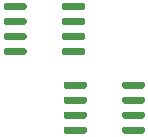
<source format=gbp>
G04 #@! TF.GenerationSoftware,KiCad,Pcbnew,5.1.10*
G04 #@! TF.CreationDate,2021-07-20T09:34:09+02:00*
G04 #@! TF.ProjectId,MEV_board,4d45565f-626f-4617-9264-2e6b69636164,rev?*
G04 #@! TF.SameCoordinates,Original*
G04 #@! TF.FileFunction,Paste,Bot*
G04 #@! TF.FilePolarity,Positive*
%FSLAX46Y46*%
G04 Gerber Fmt 4.6, Leading zero omitted, Abs format (unit mm)*
G04 Created by KiCad (PCBNEW 5.1.10) date 2021-07-20 09:34:09*
%MOMM*%
%LPD*%
G01*
G04 APERTURE LIST*
G04 APERTURE END LIST*
G36*
G01*
X135431500Y-56957100D02*
X135431500Y-56657100D01*
G75*
G02*
X135581500Y-56507100I150000J0D01*
G01*
X137231500Y-56507100D01*
G75*
G02*
X137381500Y-56657100I0J-150000D01*
G01*
X137381500Y-56957100D01*
G75*
G02*
X137231500Y-57107100I-150000J0D01*
G01*
X135581500Y-57107100D01*
G75*
G02*
X135431500Y-56957100I0J150000D01*
G01*
G37*
G36*
G01*
X135431500Y-55687100D02*
X135431500Y-55387100D01*
G75*
G02*
X135581500Y-55237100I150000J0D01*
G01*
X137231500Y-55237100D01*
G75*
G02*
X137381500Y-55387100I0J-150000D01*
G01*
X137381500Y-55687100D01*
G75*
G02*
X137231500Y-55837100I-150000J0D01*
G01*
X135581500Y-55837100D01*
G75*
G02*
X135431500Y-55687100I0J150000D01*
G01*
G37*
G36*
G01*
X135431500Y-54417100D02*
X135431500Y-54117100D01*
G75*
G02*
X135581500Y-53967100I150000J0D01*
G01*
X137231500Y-53967100D01*
G75*
G02*
X137381500Y-54117100I0J-150000D01*
G01*
X137381500Y-54417100D01*
G75*
G02*
X137231500Y-54567100I-150000J0D01*
G01*
X135581500Y-54567100D01*
G75*
G02*
X135431500Y-54417100I0J150000D01*
G01*
G37*
G36*
G01*
X135431500Y-53147100D02*
X135431500Y-52847100D01*
G75*
G02*
X135581500Y-52697100I150000J0D01*
G01*
X137231500Y-52697100D01*
G75*
G02*
X137381500Y-52847100I0J-150000D01*
G01*
X137381500Y-53147100D01*
G75*
G02*
X137231500Y-53297100I-150000J0D01*
G01*
X135581500Y-53297100D01*
G75*
G02*
X135431500Y-53147100I0J150000D01*
G01*
G37*
G36*
G01*
X140381500Y-53147100D02*
X140381500Y-52847100D01*
G75*
G02*
X140531500Y-52697100I150000J0D01*
G01*
X142181500Y-52697100D01*
G75*
G02*
X142331500Y-52847100I0J-150000D01*
G01*
X142331500Y-53147100D01*
G75*
G02*
X142181500Y-53297100I-150000J0D01*
G01*
X140531500Y-53297100D01*
G75*
G02*
X140381500Y-53147100I0J150000D01*
G01*
G37*
G36*
G01*
X140381500Y-54417100D02*
X140381500Y-54117100D01*
G75*
G02*
X140531500Y-53967100I150000J0D01*
G01*
X142181500Y-53967100D01*
G75*
G02*
X142331500Y-54117100I0J-150000D01*
G01*
X142331500Y-54417100D01*
G75*
G02*
X142181500Y-54567100I-150000J0D01*
G01*
X140531500Y-54567100D01*
G75*
G02*
X140381500Y-54417100I0J150000D01*
G01*
G37*
G36*
G01*
X140381500Y-55687100D02*
X140381500Y-55387100D01*
G75*
G02*
X140531500Y-55237100I150000J0D01*
G01*
X142181500Y-55237100D01*
G75*
G02*
X142331500Y-55387100I0J-150000D01*
G01*
X142331500Y-55687100D01*
G75*
G02*
X142181500Y-55837100I-150000J0D01*
G01*
X140531500Y-55837100D01*
G75*
G02*
X140381500Y-55687100I0J150000D01*
G01*
G37*
G36*
G01*
X140381500Y-56957100D02*
X140381500Y-56657100D01*
G75*
G02*
X140531500Y-56507100I150000J0D01*
G01*
X142181500Y-56507100D01*
G75*
G02*
X142331500Y-56657100I0J-150000D01*
G01*
X142331500Y-56957100D01*
G75*
G02*
X142181500Y-57107100I-150000J0D01*
G01*
X140531500Y-57107100D01*
G75*
G02*
X140381500Y-56957100I0J150000D01*
G01*
G37*
G36*
G01*
X145461500Y-63611900D02*
X145461500Y-63311900D01*
G75*
G02*
X145611500Y-63161900I150000J0D01*
G01*
X147261500Y-63161900D01*
G75*
G02*
X147411500Y-63311900I0J-150000D01*
G01*
X147411500Y-63611900D01*
G75*
G02*
X147261500Y-63761900I-150000J0D01*
G01*
X145611500Y-63761900D01*
G75*
G02*
X145461500Y-63611900I0J150000D01*
G01*
G37*
G36*
G01*
X145461500Y-62341900D02*
X145461500Y-62041900D01*
G75*
G02*
X145611500Y-61891900I150000J0D01*
G01*
X147261500Y-61891900D01*
G75*
G02*
X147411500Y-62041900I0J-150000D01*
G01*
X147411500Y-62341900D01*
G75*
G02*
X147261500Y-62491900I-150000J0D01*
G01*
X145611500Y-62491900D01*
G75*
G02*
X145461500Y-62341900I0J150000D01*
G01*
G37*
G36*
G01*
X145461500Y-61071900D02*
X145461500Y-60771900D01*
G75*
G02*
X145611500Y-60621900I150000J0D01*
G01*
X147261500Y-60621900D01*
G75*
G02*
X147411500Y-60771900I0J-150000D01*
G01*
X147411500Y-61071900D01*
G75*
G02*
X147261500Y-61221900I-150000J0D01*
G01*
X145611500Y-61221900D01*
G75*
G02*
X145461500Y-61071900I0J150000D01*
G01*
G37*
G36*
G01*
X145461500Y-59801900D02*
X145461500Y-59501900D01*
G75*
G02*
X145611500Y-59351900I150000J0D01*
G01*
X147261500Y-59351900D01*
G75*
G02*
X147411500Y-59501900I0J-150000D01*
G01*
X147411500Y-59801900D01*
G75*
G02*
X147261500Y-59951900I-150000J0D01*
G01*
X145611500Y-59951900D01*
G75*
G02*
X145461500Y-59801900I0J150000D01*
G01*
G37*
G36*
G01*
X140511500Y-59801900D02*
X140511500Y-59501900D01*
G75*
G02*
X140661500Y-59351900I150000J0D01*
G01*
X142311500Y-59351900D01*
G75*
G02*
X142461500Y-59501900I0J-150000D01*
G01*
X142461500Y-59801900D01*
G75*
G02*
X142311500Y-59951900I-150000J0D01*
G01*
X140661500Y-59951900D01*
G75*
G02*
X140511500Y-59801900I0J150000D01*
G01*
G37*
G36*
G01*
X140511500Y-61071900D02*
X140511500Y-60771900D01*
G75*
G02*
X140661500Y-60621900I150000J0D01*
G01*
X142311500Y-60621900D01*
G75*
G02*
X142461500Y-60771900I0J-150000D01*
G01*
X142461500Y-61071900D01*
G75*
G02*
X142311500Y-61221900I-150000J0D01*
G01*
X140661500Y-61221900D01*
G75*
G02*
X140511500Y-61071900I0J150000D01*
G01*
G37*
G36*
G01*
X140511500Y-62341900D02*
X140511500Y-62041900D01*
G75*
G02*
X140661500Y-61891900I150000J0D01*
G01*
X142311500Y-61891900D01*
G75*
G02*
X142461500Y-62041900I0J-150000D01*
G01*
X142461500Y-62341900D01*
G75*
G02*
X142311500Y-62491900I-150000J0D01*
G01*
X140661500Y-62491900D01*
G75*
G02*
X140511500Y-62341900I0J150000D01*
G01*
G37*
G36*
G01*
X140511500Y-63611900D02*
X140511500Y-63311900D01*
G75*
G02*
X140661500Y-63161900I150000J0D01*
G01*
X142311500Y-63161900D01*
G75*
G02*
X142461500Y-63311900I0J-150000D01*
G01*
X142461500Y-63611900D01*
G75*
G02*
X142311500Y-63761900I-150000J0D01*
G01*
X140661500Y-63761900D01*
G75*
G02*
X140511500Y-63611900I0J150000D01*
G01*
G37*
M02*

</source>
